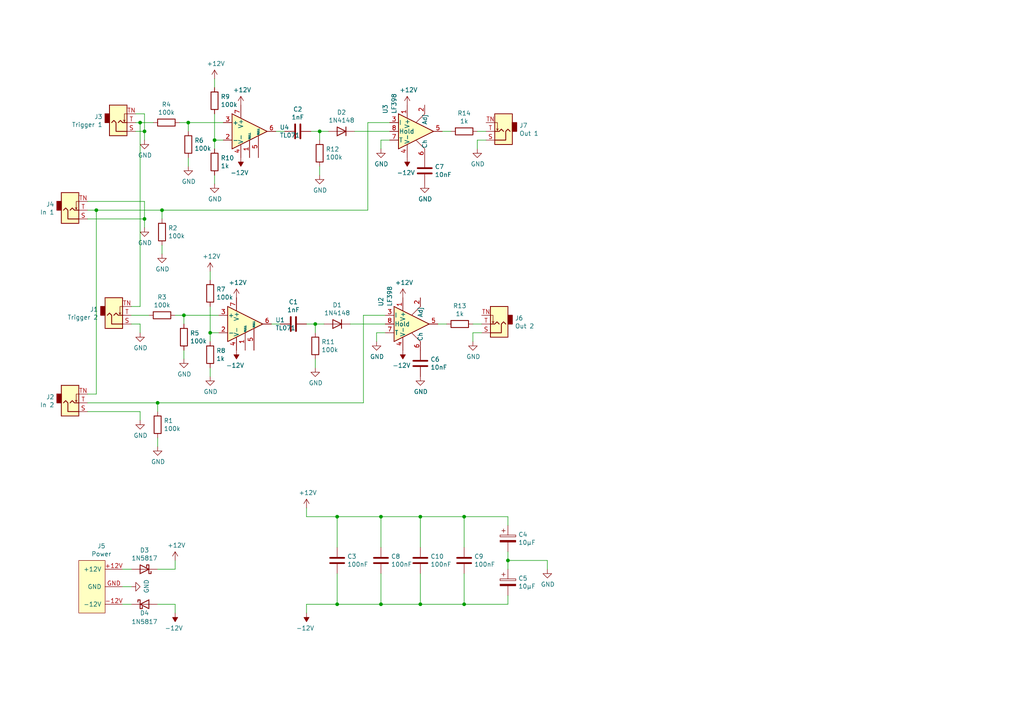
<source format=kicad_sch>
(kicad_sch (version 20230121) (generator eeschema)
  (paper "A4")
  (lib_symbols
    (symbol "Amplifier_Operational:TL071" (pin_names (offset 0.127))
      (property "Reference" "U" (at 0 6.35 0))
      (property "Value" "TL071" (at 0 3.81 0))
      (symbol "TL071_0_1"
        (polyline (pts (xy -5.08 5.08) (xy 5.08 0) (xy -5.08 -5.08) (xy -5.08 5.08)) (stroke (width 0.254)) (fill (type background)))
      )
      (symbol "TL071_1_1"
        (pin input line (at 0 -7.62 90) (length 5.08) (name "NULL") (number "1"))
        (pin input line (at -7.62 -2.54 0) (length 2.54) (name "-") (number "2"))
        (pin input line (at -7.62 2.54 0) (length 2.54) (name "+") (number "3"))
        (pin power_in line (at -2.54 -7.62 90) (length 3.81) (name "V-") (number "4"))
        (pin input line (at 2.54 -7.62 90) (length 6.35) (name "NULL") (number "5"))
        (pin output line (at 7.62 0 180) (length 2.54) (name "~") (number "6"))
        (pin power_in line (at -2.54 7.62 270) (length 3.81) (name "V+") (number "7"))
        (pin no_connect line (at 0 2.54 270) (length 2.54) hide (name "NC") (number "8"))
      )
    )
    (symbol "Device:C" (pin_numbers hide) (pin_names (offset 0.254))
      (property "Reference" "C" (at 0.635 2.54 0))
      (property "Value" "C" (at 0.635 -2.54 0))
      (symbol "C_0_1"
        (polyline (pts (xy -2.032 -0.762) (xy 2.032 -0.762)) (stroke (width 0.508)))
        (polyline (pts (xy -2.032 0.762) (xy 2.032 0.762)) (stroke (width 0.508)))
      )
      (symbol "C_1_1"
        (pin passive line (at 0 3.81 270) (length 2.794) (name "~") (number "1"))
        (pin passive line (at 0 -3.81 90) (length 2.794) (name "~") (number "2"))
      )
    )
    (symbol "Device:R" (pin_numbers hide) (pin_names (offset 0))
      (property "Reference" "R" (at 2.032 0 90))
      (property "Value" "R" (at 0 0 90))
      (symbol "R_0_1"
        (rectangle (start -1.016 -2.54) (end 1.016 2.54) (stroke (width 0.254)))
      )
      (symbol "R_1_1"
        (pin passive line (at 0 3.81 270) (length 1.27) (name "~") (number "1"))
        (pin passive line (at 0 -3.81 90) (length 1.27) (name "~") (number "2"))
      )
    )
    (symbol "Diode:1N4148" (pin_numbers hide) (pin_names hide)
      (property "Reference" "D" (at 0 2.54 0))
      (property "Value" "1N4148" (at 0 -2.54 0))
      (symbol "1N4148_0_1"
        (polyline (pts (xy -1.27 1.27) (xy -1.27 -1.27)) (stroke (width 0.254)))
        (polyline (pts (xy 1.27 0) (xy -1.27 0)))
        (polyline (pts (xy 1.27 1.27) (xy 1.27 -1.27) (xy -1.27 0) (xy 1.27 1.27)) (stroke (width 0.254)))
      )
      (symbol "1N4148_1_1"
        (pin passive line (at -3.81 0 0) (length 2.54) (name "K") (number "1"))
        (pin passive line (at 3.81 0 180) (length 2.54) (name "A") (number "2"))
      )
    )
    (symbol "Diode:1N5817" (pin_numbers hide) (pin_names (offset 1.016) hide)
      (property "Reference" "D" (at 0 2.54 0))
      (property "Value" "1N5817" (at 0 -2.54 0))
      (symbol "1N5817_0_1"
        (polyline (pts (xy 1.27 0) (xy -1.27 0)))
        (polyline (pts (xy 1.27 1.27) (xy 1.27 -1.27) (xy -1.27 0) (xy 1.27 1.27)) (stroke (width 0.254)))
        (polyline (pts (xy -1.905 0.635) (xy -1.905 1.27) (xy -1.27 1.27) (xy -1.27 -1.27) (xy -0.635 -1.27) (xy -0.635 -0.635)) (stroke (width 0.254)))
      )
      (symbol "1N5817_1_1"
        (pin passive line (at -3.81 0 0) (length 2.54) (name "K") (number "1"))
        (pin passive line (at 3.81 0 180) (length 2.54) (name "A") (number "2"))
      )
    )
    (symbol "S&H Main-rescue:AudioJack2_SwitchT-Connector"
      (property "Reference" "J" (at 0 8.89 0))
      (property "Value" "Connector_AudioJack2_SwitchT" (at 0 6.35 0))
      (symbol "AudioJack2_SwitchT-Connector_0_1"
        (rectangle (start -2.54 0) (end -3.81 -2.54) (stroke (width 0.254)) (fill (type outline)))
        (polyline (pts (xy 1.778 -0.254) (xy 2.032 -0.762)))
        (polyline (pts (xy 0 0) (xy 0.635 -0.635) (xy 1.27 0) (xy 2.54 0)) (stroke (width 0.254)))
        (polyline (pts (xy 2.54 -2.54) (xy 1.778 -2.54) (xy 1.778 -0.254) (xy 1.524 -0.762)))
        (polyline (pts (xy 2.54 2.54) (xy -0.635 2.54) (xy -0.635 0) (xy -1.27 -0.635) (xy -1.905 0)) (stroke (width 0.254)))
        (rectangle (start 2.54 3.81) (end -2.54 -5.08) (stroke (width 0.254)) (fill (type background)))
      )
      (symbol "AudioJack2_SwitchT-Connector_1_1"
        (pin passive line (at 5.08 2.54 180) (length 2.54) (name "~") (number "S"))
        (pin passive line (at 5.08 0 180) (length 2.54) (name "~") (number "T"))
        (pin passive line (at 5.08 -2.54 180) (length 2.54) (name "~") (number "TN"))
      )
    )
    (symbol "S&H Main-rescue:CP-Device" (pin_numbers hide) (pin_names (offset 0.254))
      (property "Reference" "C" (at 0.635 2.54 0))
      (property "Value" "Device_CP" (at 0.635 -2.54 0))
      (symbol "CP-Device_0_1"
        (rectangle (start -2.286 0.508) (end 2.286 1.016))
        (polyline (pts (xy -1.778 2.286) (xy -0.762 2.286)))
        (polyline (pts (xy -1.27 2.794) (xy -1.27 1.778)))
        (rectangle (start 2.286 -0.508) (end -2.286 -1.016) (fill (type outline)))
      )
      (symbol "CP-Device_1_1"
        (pin passive line (at 0 3.81 270) (length 2.794) (name "~") (number "1"))
        (pin passive line (at 0 -3.81 90) (length 2.794) (name "~") (number "2"))
      )
    )
    (symbol "S&H Main-rescue:LF398_DIP8-Analog" (pin_names (offset 0.127))
      (property "Reference" "U" (at 5.08 3.81 0))
      (property "Value" "Analog_LF398_DIP8" (at 5.08 -2.54 0))
      (symbol "LF398_DIP8-Analog_0_1"
        (polyline (pts (xy 0 -2.54) (xy 2.54 -5.08)))
        (polyline (pts (xy 2.54 5.08) (xy 0 2.54)))
        (polyline (pts (xy -5.08 5.08) (xy 5.08 0) (xy -5.08 -5.08) (xy -5.08 5.08)) (stroke (width 0.254)) (fill (type background)))
      )
      (symbol "LF398_DIP8-Analog_1_1"
        (pin passive line (at -2.54 7.62 270) (length 3.81) (name "V+") (number "1"))
        (pin passive line (at 2.54 7.62 270) (length 2.54) (name "Adj") (number "2"))
        (pin input line (at -7.62 2.54 0) (length 2.54) (name "I") (number "3"))
        (pin passive line (at -2.54 -7.62 90) (length 3.81) (name "V-") (number "4"))
        (pin output line (at 7.62 0 180) (length 2.54) (name "~") (number "5"))
        (pin passive line (at 2.54 -7.62 90) (length 2.54) (name "Ch") (number "6"))
        (pin passive line (at -7.62 -2.54 0) (length 2.54) (name "T") (number "7"))
        (pin input line (at -7.62 0 0) (length 2.54) (name "Hold") (number "8"))
      )
    )
    (symbol "S&H Main-rescue:Power_2x5-Eurorack_Synth" (pin_names (offset 1.016))
      (property "Reference" "J" (at 0 10.16 0))
      (property "Value" "Eurorack_Synth_Power_2x5" (at 0 8.89 0))
      (symbol "Power_2x5-Eurorack_Synth_0_1"
        (rectangle (start 3.81 7.62) (end -3.81 -7.62) (fill (type background)))
      )
      (symbol "Power_2x5-Eurorack_Synth_1_1"
        (pin power_out line (at 8.89 5.08 180) (length 5.08) (name "+12V") (number "+12V"))
        (pin power_out line (at 8.89 -5.08 180) (length 5.08) (name "-12V") (number "-12V"))
        (pin power_out line (at 8.89 0 180) (length 5.08) (name "GND") (number "GND"))
      )
    )
    (symbol "power:+12V" (power) (pin_names (offset 0))
      (property "Value" "+12V" (at 0 3.556 0))
      (symbol "+12V_0_1"
        (polyline (pts (xy -0.762 1.27) (xy 0 2.54)))
        (polyline (pts (xy 0 0) (xy 0 2.54)))
        (polyline (pts (xy 0 2.54) (xy 0.762 1.27)))
      )
      (symbol "+12V_1_1"
        (pin power_in line (at 0 0 90) (length 0) hide (name "+12V") (number "1"))
      )
    )
    (symbol "power:-12V" (power) (pin_names (offset 0))
      (property "Value" "-12V" (at 0 3.81 0))
      (symbol "-12V_0_0"
        (pin power_in line (at 0 0 90) (length 0) hide (name "-12V") (number "1"))
      )
      (symbol "-12V_0_1"
        (polyline (pts (xy 0 0) (xy 0 1.27) (xy 0.762 1.27) (xy 0 2.54) (xy -0.762 1.27) (xy 0 1.27)) (fill (type outline)))
      )
    )
    (symbol "power:GND" (power) (pin_names (offset 0))
      (property "Value" "GND" (at 0 -3.81 0))
      (symbol "GND_0_1"
        (polyline (pts (xy 0 0) (xy 0 -1.27) (xy 1.27 -1.27) (xy 0 -2.54) (xy -1.27 -1.27) (xy 0 -1.27)))
      )
      (symbol "GND_1_1"
        (pin power_in line (at 0 0 270) (length 0) hide (name "GND") (number "1"))
      )
    )
  )
  (junction (at 110.49 149.86))
  (junction (at 147.32 162.56))
  (junction (at 27.94 60.96))
  (junction (at 41.91 38.1))
  (junction (at 91.44 93.98))
  (junction (at 92.71 38.1))
  (junction (at 97.79 149.86))
  (junction (at 110.49 175.26))
  (junction (at 60.96 96.52))
  (junction (at 121.92 149.86))
  (junction (at 46.99 60.96))
  (junction (at 121.92 175.26))
  (junction (at 54.61 35.56))
  (junction (at 134.62 175.26))
  (junction (at 40.64 35.56))
  (junction (at 97.79 175.26))
  (junction (at 134.62 149.86))
  (junction (at 41.91 63.5))
  (junction (at 62.23 40.64))
  (junction (at 53.34 91.44))
  (junction (at 45.72 116.84))
  (wire (pts (xy 60.96 88.9) (xy 60.96 96.52)))
  (wire (pts (xy 158.75 162.56) (xy 158.75 165.1)))
  (wire (pts (xy 50.8 165.1) (xy 45.72 165.1)))
  (wire (pts (xy 38.1 91.44) (xy 43.18 91.44)))
  (wire (pts (xy 45.72 116.84) (xy 105.41 116.84)))
  (wire (pts (xy 147.32 162.56) (xy 147.32 165.1)))
  (wire (pts (xy 121.92 175.26) (xy 134.62 175.26)))
  (wire (pts (xy 128.27 38.1) (xy 130.81 38.1)))
  (wire (pts (xy 53.34 101.6) (xy 53.34 104.14)))
  (wire (pts (xy 97.79 166.37) (xy 97.79 175.26)))
  (wire (pts (xy 127 93.98) (xy 129.54 93.98)))
  (wire (pts (xy 97.79 175.26) (xy 110.49 175.26)))
  (wire (pts (xy 140.97 38.1) (xy 138.43 38.1)))
  (wire (pts (xy 91.44 93.98) (xy 91.44 96.52)))
  (wire (pts (xy 137.16 96.52) (xy 137.16 99.06)))
  (wire (pts (xy 63.5 96.52) (xy 60.96 96.52)))
  (wire (pts (xy 39.37 35.56) (xy 40.64 35.56)))
  (wire (pts (xy 134.62 149.86) (xy 134.62 158.75)))
  (wire (pts (xy 39.37 38.1) (xy 41.91 38.1)))
  (wire (pts (xy 91.44 104.14) (xy 91.44 106.68)))
  (wire (pts (xy 45.72 116.84) (xy 45.72 119.38)))
  (wire (pts (xy 97.79 175.26) (xy 88.9 175.26)))
  (wire (pts (xy 25.4 114.3) (xy 27.94 114.3)))
  (wire (pts (xy 50.8 91.44) (xy 53.34 91.44)))
  (wire (pts (xy 41.91 63.5) (xy 41.91 66.04)))
  (wire (pts (xy 46.99 60.96) (xy 46.99 63.5)))
  (wire (pts (xy 110.49 40.64) (xy 110.49 43.18)))
  (wire (pts (xy 134.62 149.86) (xy 147.32 149.86)))
  (wire (pts (xy 90.17 38.1) (xy 92.71 38.1)))
  (wire (pts (xy 25.4 119.38) (xy 40.64 119.38)))
  (wire (pts (xy 60.96 78.74) (xy 60.96 81.28)))
  (wire (pts (xy 140.97 40.64) (xy 138.43 40.64)))
  (wire (pts (xy 88.9 175.26) (xy 88.9 177.8)))
  (wire (pts (xy 139.7 93.98) (xy 137.16 93.98)))
  (wire (pts (xy 147.32 152.4) (xy 147.32 149.86)))
  (wire (pts (xy 40.64 119.38) (xy 40.64 121.92)))
  (wire (pts (xy 45.72 127) (xy 45.72 129.54)))
  (wire (pts (xy 27.94 60.96) (xy 27.94 114.3)))
  (wire (pts (xy 109.22 96.52) (xy 109.22 99.06)))
  (wire (pts (xy 45.72 175.26) (xy 50.8 175.26)))
  (wire (pts (xy 80.01 38.1) (xy 82.55 38.1)))
  (wire (pts (xy 88.9 93.98) (xy 91.44 93.98)))
  (wire (pts (xy 62.23 50.8) (xy 62.23 53.34)))
  (wire (pts (xy 50.8 175.26) (xy 50.8 177.8)))
  (wire (pts (xy 40.64 35.56) (xy 40.64 88.9)))
  (wire (pts (xy 38.1 165.1) (xy 35.56 165.1)))
  (wire (pts (xy 138.43 40.64) (xy 138.43 43.18)))
  (wire (pts (xy 147.32 162.56) (xy 158.75 162.56)))
  (wire (pts (xy 111.76 96.52) (xy 109.22 96.52)))
  (wire (pts (xy 102.87 38.1) (xy 113.03 38.1)))
  (wire (pts (xy 46.99 60.96) (xy 106.68 60.96)))
  (wire (pts (xy 41.91 33.02) (xy 41.91 38.1)))
  (wire (pts (xy 93.98 93.98) (xy 91.44 93.98)))
  (wire (pts (xy 60.96 106.68) (xy 60.96 109.22)))
  (wire (pts (xy 40.64 93.98) (xy 40.64 96.52)))
  (wire (pts (xy 52.07 35.56) (xy 54.61 35.56)))
  (wire (pts (xy 46.99 71.12) (xy 46.99 73.66)))
  (wire (pts (xy 53.34 93.98) (xy 53.34 91.44)))
  (wire (pts (xy 113.03 40.64) (xy 110.49 40.64)))
  (wire (pts (xy 106.68 35.56) (xy 106.68 60.96)))
  (wire (pts (xy 110.49 149.86) (xy 121.92 149.86)))
  (wire (pts (xy 110.49 166.37) (xy 110.49 175.26)))
  (wire (pts (xy 147.32 160.02) (xy 147.32 162.56)))
  (wire (pts (xy 25.4 58.42) (xy 41.91 58.42)))
  (wire (pts (xy 121.92 149.86) (xy 134.62 149.86)))
  (wire (pts (xy 64.77 40.64) (xy 62.23 40.64)))
  (wire (pts (xy 95.25 38.1) (xy 92.71 38.1)))
  (wire (pts (xy 110.49 175.26) (xy 121.92 175.26)))
  (wire (pts (xy 41.91 38.1) (xy 41.91 40.64)))
  (wire (pts (xy 97.79 149.86) (xy 88.9 149.86)))
  (wire (pts (xy 97.79 149.86) (xy 110.49 149.86)))
  (wire (pts (xy 35.56 175.26) (xy 38.1 175.26)))
  (wire (pts (xy 121.92 158.75) (xy 121.92 149.86)))
  (wire (pts (xy 62.23 40.64) (xy 62.23 43.18)))
  (wire (pts (xy 53.34 91.44) (xy 63.5 91.44)))
  (wire (pts (xy 139.7 96.52) (xy 137.16 96.52)))
  (wire (pts (xy 62.23 22.86) (xy 62.23 25.4)))
  (wire (pts (xy 147.32 172.72) (xy 147.32 175.26)))
  (wire (pts (xy 92.71 38.1) (xy 92.71 40.64)))
  (wire (pts (xy 54.61 45.72) (xy 54.61 48.26)))
  (wire (pts (xy 121.92 166.37) (xy 121.92 175.26)))
  (wire (pts (xy 88.9 149.86) (xy 88.9 147.32)))
  (wire (pts (xy 62.23 33.02) (xy 62.23 40.64)))
  (wire (pts (xy 101.6 93.98) (xy 111.76 93.98)))
  (wire (pts (xy 27.94 60.96) (xy 46.99 60.96)))
  (wire (pts (xy 41.91 58.42) (xy 41.91 63.5)))
  (wire (pts (xy 54.61 35.56) (xy 64.77 35.56)))
  (wire (pts (xy 97.79 158.75) (xy 97.79 149.86)))
  (wire (pts (xy 39.37 33.02) (xy 41.91 33.02)))
  (wire (pts (xy 40.64 35.56) (xy 44.45 35.56)))
  (wire (pts (xy 105.41 91.44) (xy 105.41 116.84)))
  (wire (pts (xy 40.64 88.9) (xy 38.1 88.9)))
  (wire (pts (xy 105.41 91.44) (xy 111.76 91.44)))
  (wire (pts (xy 25.4 116.84) (xy 45.72 116.84)))
  (wire (pts (xy 134.62 166.37) (xy 134.62 175.26)))
  (wire (pts (xy 106.68 35.56) (xy 113.03 35.56)))
  (wire (pts (xy 60.96 96.52) (xy 60.96 99.06)))
  (wire (pts (xy 78.74 93.98) (xy 81.28 93.98)))
  (wire (pts (xy 38.1 93.98) (xy 40.64 93.98)))
  (wire (pts (xy 25.4 63.5) (xy 41.91 63.5)))
  (wire (pts (xy 92.71 48.26) (xy 92.71 50.8)))
  (wire (pts (xy 25.4 60.96) (xy 27.94 60.96)))
  (wire (pts (xy 54.61 38.1) (xy 54.61 35.56)))
  (wire (pts (xy 134.62 175.26) (xy 147.32 175.26)))
  (wire (pts (xy 38.1 170.18) (xy 35.56 170.18)))
  (wire (pts (xy 110.49 149.86) (xy 110.49 158.75)))
  (wire (pts (xy 50.8 162.56) (xy 50.8 165.1)))
  (symbol (lib_id "S&H Main-rescue:LF398_DIP8-Analog") (at 120.65 38.1 0) (unit 1)
    (property "Reference" "U3" (at 111.76 33.02 90) (effects (justify left)))
    (property "Value" "LF398" (at 114.3 33.02 90) (effects (justify left)))
    (property "Footprint" "Package_DIP:DIP-8_W7.62mm_LongPads" (effects hide))
    (property "Datasheet" "http://www.ti.com/lit/ds/symlink/tl071.pdf" (effects hide))
  )
  (symbol (lib_id "power:+12V") (at 118.11 30.48 0) (unit 1)
    (property "Reference" "#PWR0101" (effects hide))
    (property "Value" "+12V" (at 118.491 26.0858 0))
  )
  (symbol (lib_id "power:-12V") (at 118.11 45.72 180) (unit 1)
    (property "Reference" "#PWR0102" (effects hide))
    (property "Value" "-12V" (at 117.729 50.1142 0))
  )
  (symbol (lib_id "Device:C") (at 123.19 49.53 0) (unit 1)
    (property "Reference" "C7" (at 126.111 48.3616 0) (effects (justify left)))
    (property "Value" "10nF" (at 126.111 50.673 0) (effects (justify left)))
    (property "Footprint" "Capacitor_THT:C_Rect_L7.0mm_W2.0mm_P5.00mm" (effects hide))
  )
  (symbol (lib_id "power:GND") (at 123.19 53.34 0) (unit 1)
    (property "Reference" "#PWR0103" (effects hide))
    (property "Value" "GND" (at 123.317 57.7342 0))
  )
  (symbol (lib_id "power:GND") (at 110.49 43.18 0) (unit 1)
    (property "Reference" "#PWR0104" (effects hide))
    (property "Value" "GND" (at 110.617 47.5742 0))
  )
  (symbol (lib_id "Device:R") (at 134.62 38.1 270) (unit 1)
    (property "Reference" "R14" (at 134.62 32.8422 90))
    (property "Value" "1k" (at 134.62 35.1536 90))
    (property "Footprint" "Resistor_THT:R_Axial_DIN0207_L6.3mm_D2.5mm_P7.62mm_Horizontal" (effects hide))
  )
  (symbol (lib_id "S&H Main-rescue:AudioJack2_SwitchT-Connector") (at 146.05 38.1 180) (unit 1)
    (property "Reference" "J7" (at 150.622 36.3982 0) (effects (justify right)))
    (property "Value" "Out 1" (at 150.622 38.7096 0) (effects (justify right)))
    (property "Footprint" "Connector_Audio_PJSeries:PJ-324M-3" (effects hide))
  )
  (symbol (lib_id "power:GND") (at 138.43 43.18 0) (unit 1)
    (property "Reference" "#PWR0105" (effects hide))
    (property "Value" "GND" (at 138.557 47.5742 0))
  )
  (symbol (lib_id "S&H Main-rescue:AudioJack2_SwitchT-Connector") (at 20.32 60.96 0) (mirror x) (unit 1)
    (property "Reference" "J4" (at 15.7734 59.2582 0) (effects (justify right)))
    (property "Value" "In 1" (at 15.7734 61.5696 0) (effects (justify right)))
    (property "Footprint" "Connector_Audio_PJSeries:PJ-324M-3" (effects hide))
  )
  (symbol (lib_id "power:GND") (at 41.91 66.04 0) (unit 1)
    (property "Reference" "#PWR0106" (effects hide))
    (property "Value" "GND" (at 42.037 70.4342 0))
  )
  (symbol (lib_id "Device:R") (at 46.99 67.31 180) (unit 1)
    (property "Reference" "R2" (at 48.768 66.1416 0) (effects (justify right)))
    (property "Value" "100k" (at 48.768 68.453 0) (effects (justify right)))
    (property "Footprint" "Resistor_THT:R_Axial_DIN0207_L6.3mm_D2.5mm_P2.54mm_Vertical" (effects hide))
  )
  (symbol (lib_id "power:GND") (at 46.99 73.66 0) (unit 1)
    (property "Reference" "#PWR0107" (effects hide))
    (property "Value" "GND" (at 47.117 78.0542 0))
  )
  (symbol (lib_id "Diode:1N4148") (at 99.06 38.1 180) (unit 1)
    (property "Reference" "D2" (at 99.06 32.5882 0))
    (property "Value" "1N4148" (at 99.06 34.8996 0))
    (property "Footprint" "Diode_THT:D_DO-35_SOD27_P2.54mm_Vertical_KathodeUp" (effects hide))
    (property "Datasheet" "https://assets.nexperia.com/documents/data-sheet/1N4148_1N4448.pdf" (effects hide))
  )
  (symbol (lib_id "Device:R") (at 92.71 44.45 180) (unit 1)
    (property "Reference" "R12" (at 94.488 43.2816 0) (effects (justify right)))
    (property "Value" "100k" (at 94.488 45.593 0) (effects (justify right)))
    (property "Footprint" "Resistor_THT:R_Axial_DIN0207_L6.3mm_D2.5mm_P7.62mm_Horizontal" (effects hide))
  )
  (symbol (lib_id "power:GND") (at 92.71 50.8 0) (unit 1)
    (property "Reference" "#PWR0108" (effects hide))
    (property "Value" "GND" (at 92.837 55.1942 0))
  )
  (symbol (lib_id "Device:C") (at 86.36 38.1 270) (unit 1)
    (property "Reference" "C2" (at 86.36 31.6992 90))
    (property "Value" "1nF" (at 86.36 34.0106 90))
    (property "Footprint" "Capacitor_THT:C_Rect_L7.0mm_W2.0mm_P5.00mm" (effects hide))
  )
  (symbol (lib_id "Device:R") (at 62.23 29.21 0) (unit 1)
    (property "Reference" "R9" (at 64.008 28.0416 0) (effects (justify left)))
    (property "Value" "100k" (at 64.008 30.353 0) (effects (justify left)))
    (property "Footprint" "Resistor_THT:R_Axial_DIN0207_L6.3mm_D2.5mm_P2.54mm_Vertical" (effects hide))
  )
  (symbol (lib_id "Device:R") (at 62.23 46.99 180) (unit 1)
    (property "Reference" "R10" (at 64.008 45.8216 0) (effects (justify right)))
    (property "Value" "1k" (at 64.008 48.133 0) (effects (justify right)))
    (property "Footprint" "Resistor_THT:R_Axial_DIN0207_L6.3mm_D2.5mm_P2.54mm_Vertical" (effects hide))
  )
  (symbol (lib_id "power:GND") (at 62.23 53.34 0) (unit 1)
    (property "Reference" "#PWR0109" (effects hide))
    (property "Value" "GND" (at 62.357 57.7342 0))
  )
  (symbol (lib_id "power:+12V") (at 62.23 22.86 0) (unit 1)
    (property "Reference" "#PWR0110" (effects hide))
    (property "Value" "+12V" (at 62.611 18.4658 0))
  )
  (symbol (lib_id "Device:R") (at 54.61 41.91 180) (unit 1)
    (property "Reference" "R6" (at 56.388 40.7416 0) (effects (justify right)))
    (property "Value" "100k" (at 56.388 43.053 0) (effects (justify right)))
    (property "Footprint" "Resistor_THT:R_Axial_DIN0207_L6.3mm_D2.5mm_P2.54mm_Vertical" (effects hide))
  )
  (symbol (lib_id "Device:R") (at 48.26 35.56 90) (unit 1)
    (property "Reference" "R4" (at 48.26 30.3022 90))
    (property "Value" "100k" (at 48.26 32.6136 90))
    (property "Footprint" "Resistor_THT:R_Axial_DIN0207_L6.3mm_D2.5mm_P2.54mm_Vertical" (effects hide))
  )
  (symbol (lib_id "S&H Main-rescue:AudioJack2_SwitchT-Connector") (at 34.29 35.56 0) (mirror x) (unit 1)
    (property "Reference" "J3" (at 29.7434 33.8582 0) (effects (justify right)))
    (property "Value" "Trigger 1" (at 29.7434 36.1696 0) (effects (justify right)))
    (property "Footprint" "Connector_Audio_PJSeries:PJ-324M-3" (effects hide))
  )
  (symbol (lib_id "power:GND") (at 41.91 40.64 0) (unit 1)
    (property "Reference" "#PWR0111" (effects hide))
    (property "Value" "GND" (at 42.037 45.0342 0))
  )
  (symbol (lib_id "power:GND") (at 54.61 48.26 0) (unit 1)
    (property "Reference" "#PWR0112" (effects hide))
    (property "Value" "GND" (at 54.737 52.6542 0))
  )
  (symbol (lib_id "S&H Main-rescue:LF398_DIP8-Analog") (at 119.38 93.98 0) (unit 1)
    (property "Reference" "U2" (at 110.49 88.9 90) (effects (justify left)))
    (property "Value" "LF398" (at 113.03 88.9 90) (effects (justify left)))
    (property "Footprint" "Package_DIP:DIP-8_W7.62mm_LongPads" (effects hide))
    (property "Datasheet" "http://www.ti.com/lit/ds/symlink/tl071.pdf" (effects hide))
  )
  (symbol (lib_id "power:+12V") (at 116.84 86.36 0) (unit 1)
    (property "Reference" "#PWR0113" (effects hide))
    (property "Value" "+12V" (at 117.221 81.9658 0))
  )
  (symbol (lib_id "power:-12V") (at 116.84 101.6 180) (unit 1)
    (property "Reference" "#PWR0114" (effects hide))
    (property "Value" "-12V" (at 116.459 105.9942 0))
  )
  (symbol (lib_id "Device:C") (at 121.92 105.41 0) (unit 1)
    (property "Reference" "C6" (at 124.841 104.2416 0) (effects (justify left)))
    (property "Value" "10nF" (at 124.841 106.553 0) (effects (justify left)))
    (property "Footprint" "Capacitor_THT:C_Rect_L7.0mm_W2.0mm_P5.00mm" (effects hide))
  )
  (symbol (lib_id "power:GND") (at 121.92 109.22 0) (unit 1)
    (property "Reference" "#PWR0115" (effects hide))
    (property "Value" "GND" (at 122.047 113.6142 0))
  )
  (symbol (lib_id "power:GND") (at 109.22 99.06 0) (unit 1)
    (property "Reference" "#PWR0116" (effects hide))
    (property "Value" "GND" (at 109.347 103.4542 0))
  )
  (symbol (lib_id "Device:R") (at 133.35 93.98 270) (unit 1)
    (property "Reference" "R13" (at 133.35 88.7222 90))
    (property "Value" "1k" (at 133.35 91.0336 90))
    (property "Footprint" "Resistor_THT:R_Axial_DIN0207_L6.3mm_D2.5mm_P7.62mm_Horizontal" (effects hide))
  )
  (symbol (lib_id "S&H Main-rescue:AudioJack2_SwitchT-Connector") (at 144.78 93.98 180) (unit 1)
    (property "Reference" "J6" (at 149.352 92.2782 0) (effects (justify right)))
    (property "Value" "Out 2" (at 149.352 94.5896 0) (effects (justify right)))
    (property "Footprint" "Connector_Audio_PJSeries:PJ-324M-3" (effects hide))
  )
  (symbol (lib_id "power:GND") (at 137.16 99.06 0) (unit 1)
    (property "Reference" "#PWR0117" (effects hide))
    (property "Value" "GND" (at 137.287 103.4542 0))
  )
  (symbol (lib_id "S&H Main-rescue:AudioJack2_SwitchT-Connector") (at 20.32 116.84 0) (mirror x) (unit 1)
    (property "Reference" "J2" (at 15.7734 115.1382 0) (effects (justify right)))
    (property "Value" "In 2" (at 15.7734 117.4496 0) (effects (justify right)))
    (property "Footprint" "Connector_Audio_PJSeries:PJ-324M-3" (effects hide))
  )
  (symbol (lib_id "power:GND") (at 40.64 121.92 0) (unit 1)
    (property "Reference" "#PWR0118" (effects hide))
    (property "Value" "GND" (at 40.767 126.3142 0))
  )
  (symbol (lib_id "Device:R") (at 45.72 123.19 180) (unit 1)
    (property "Reference" "R1" (at 47.498 122.0216 0) (effects (justify right)))
    (property "Value" "100k" (at 47.498 124.333 0) (effects (justify right)))
    (property "Footprint" "Resistor_THT:R_Axial_DIN0207_L6.3mm_D2.5mm_P2.54mm_Vertical" (effects hide))
  )
  (symbol (lib_id "power:GND") (at 45.72 129.54 0) (unit 1)
    (property "Reference" "#PWR0119" (effects hide))
    (property "Value" "GND" (at 45.847 133.9342 0))
  )
  (symbol (lib_id "Diode:1N4148") (at 97.79 93.98 180) (unit 1)
    (property "Reference" "D1" (at 97.79 88.4682 0))
    (property "Value" "1N4148" (at 97.79 90.7796 0))
    (property "Footprint" "Diode_THT:D_DO-35_SOD27_P2.54mm_Vertical_KathodeUp" (effects hide))
    (property "Datasheet" "https://assets.nexperia.com/documents/data-sheet/1N4148_1N4448.pdf" (effects hide))
  )
  (symbol (lib_id "Device:R") (at 91.44 100.33 180) (unit 1)
    (property "Reference" "R11" (at 93.218 99.1616 0) (effects (justify right)))
    (property "Value" "100k" (at 93.218 101.473 0) (effects (justify right)))
    (property "Footprint" "Resistor_THT:R_Axial_DIN0207_L6.3mm_D2.5mm_P7.62mm_Horizontal" (effects hide))
  )
  (symbol (lib_id "power:GND") (at 91.44 106.68 0) (unit 1)
    (property "Reference" "#PWR0120" (effects hide))
    (property "Value" "GND" (at 91.567 111.0742 0))
  )
  (symbol (lib_id "Device:C") (at 85.09 93.98 270) (unit 1)
    (property "Reference" "C1" (at 85.09 87.5792 90))
    (property "Value" "1nF" (at 85.09 89.8906 90))
    (property "Footprint" "Capacitor_THT:C_Rect_L7.0mm_W2.0mm_P5.00mm" (effects hide))
  )
  (symbol (lib_id "Device:R") (at 60.96 85.09 0) (unit 1)
    (property "Reference" "R7" (at 62.738 83.9216 0) (effects (justify left)))
    (property "Value" "100k" (at 62.738 86.233 0) (effects (justify left)))
    (property "Footprint" "Resistor_THT:R_Axial_DIN0207_L6.3mm_D2.5mm_P2.54mm_Vertical" (effects hide))
  )
  (symbol (lib_id "Device:R") (at 60.96 102.87 180) (unit 1)
    (property "Reference" "R8" (at 62.738 101.7016 0) (effects (justify right)))
    (property "Value" "1k" (at 62.738 104.013 0) (effects (justify right)))
    (property "Footprint" "Resistor_THT:R_Axial_DIN0207_L6.3mm_D2.5mm_P2.54mm_Vertical" (effects hide))
  )
  (symbol (lib_id "power:GND") (at 60.96 109.22 0) (unit 1)
    (property "Reference" "#PWR0121" (effects hide))
    (property "Value" "GND" (at 61.087 113.6142 0))
  )
  (symbol (lib_id "power:+12V") (at 60.96 78.74 0) (unit 1)
    (property "Reference" "#PWR0122" (effects hide))
    (property "Value" "+12V" (at 61.341 74.3458 0))
  )
  (symbol (lib_id "Device:R") (at 53.34 97.79 180) (unit 1)
    (property "Reference" "R5" (at 55.118 96.6216 0) (effects (justify right)))
    (property "Value" "100k" (at 55.118 98.933 0) (effects (justify right)))
    (property "Footprint" "Resistor_THT:R_Axial_DIN0207_L6.3mm_D2.5mm_P2.54mm_Vertical" (effects hide))
  )
  (symbol (lib_id "Device:R") (at 46.99 91.44 90) (unit 1)
    (property "Reference" "R3" (at 46.99 86.1822 90))
    (property "Value" "100k" (at 46.99 88.4936 90))
    (property "Footprint" "Resistor_THT:R_Axial_DIN0207_L6.3mm_D2.5mm_P2.54mm_Vertical" (effects hide))
  )
  (symbol (lib_id "S&H Main-rescue:AudioJack2_SwitchT-Connector") (at 33.02 91.44 0) (mirror x) (unit 1)
    (property "Reference" "J1" (at 28.4734 89.7382 0) (effects (justify right)))
    (property "Value" "Trigger 2" (at 28.4734 92.0496 0) (effects (justify right)))
    (property "Footprint" "Connector_Audio_PJSeries:PJ-324M-3" (effects hide))
  )
  (symbol (lib_id "power:GND") (at 40.64 96.52 0) (unit 1)
    (property "Reference" "#PWR0123" (effects hide))
    (property "Value" "GND" (at 40.767 100.9142 0))
  )
  (symbol (lib_id "power:GND") (at 53.34 104.14 0) (unit 1)
    (property "Reference" "#PWR0124" (effects hide))
    (property "Value" "GND" (at 53.467 108.5342 0))
  )
  (symbol (lib_id "power:-12V") (at 50.8 177.8 180) (unit 1)
    (property "Reference" "#PWR0126" (effects hide))
    (property "Value" "-12V" (at 50.419 182.1942 0))
  )
  (symbol (lib_id "power:+12V") (at 50.8 162.56 0) (unit 1)
    (property "Reference" "#PWR0128" (effects hide))
    (property "Value" "+12V" (at 51.181 158.1658 0))
  )
  (symbol (lib_id "power:GND") (at 38.1 170.18 90) (unit 1)
    (property "Reference" "#PWR0130" (effects hide))
    (property "Value" "GND" (at 42.4942 170.053 0))
  )
  (symbol (lib_id "Device:C") (at 97.79 162.56 0) (unit 1)
    (property "Reference" "C3" (at 100.711 161.3916 0) (effects (justify left)))
    (property "Value" "100nF" (at 100.711 163.703 0) (effects (justify left)))
    (property "Footprint" "Capacitor_THT:C_Rect_L7.0mm_W2.0mm_P5.00mm" (effects hide))
  )
  (symbol (lib_id "S&H Main-rescue:CP-Device") (at 147.32 156.21 0) (unit 1)
    (property "Reference" "C4" (at 150.3172 155.0416 0) (effects (justify left)))
    (property "Value" "10µF" (at 150.3172 157.353 0) (effects (justify left)))
    (property "Footprint" "Capacitor_THT:CP_Radial_D5.0mm_P2.50mm" (effects hide))
  )
  (symbol (lib_id "S&H Main-rescue:CP-Device") (at 147.32 168.91 0) (unit 1)
    (property "Reference" "C5" (at 150.3172 167.7416 0) (effects (justify left)))
    (property "Value" "10µF" (at 150.3172 170.053 0) (effects (justify left)))
    (property "Footprint" "Capacitor_THT:CP_Radial_D5.0mm_P2.50mm" (effects hide))
  )
  (symbol (lib_id "power:+12V") (at 88.9 147.32 0) (unit 1)
    (property "Reference" "#PWR0131" (effects hide))
    (property "Value" "+12V" (at 89.281 142.9258 0))
  )
  (symbol (lib_id "power:GND") (at 158.75 165.1 0) (unit 1)
    (property "Reference" "#PWR0132" (effects hide))
    (property "Value" "GND" (at 158.877 169.4942 0))
  )
  (symbol (lib_id "power:-12V") (at 88.9 177.8 180) (unit 1)
    (property "Reference" "#PWR0133" (effects hide))
    (property "Value" "-12V" (at 88.519 182.1942 0))
  )
  (symbol (lib_id "Device:C") (at 110.49 162.56 0) (unit 1)
    (property "Reference" "C8" (at 113.411 161.3916 0) (effects (justify left)))
    (property "Value" "100nF" (at 113.411 163.703 0) (effects (justify left)))
    (property "Footprint" "Capacitor_THT:C_Rect_L7.0mm_W2.0mm_P5.00mm" (effects hide))
  )
  (symbol (lib_id "Device:C") (at 134.62 162.56 0) (unit 1)
    (property "Reference" "C9" (at 137.541 161.3916 0) (effects (justify left)))
    (property "Value" "100nF" (at 137.541 163.703 0) (effects (justify left)))
    (property "Footprint" "Capacitor_THT:C_Rect_L7.0mm_W2.0mm_P5.00mm" (effects hide))
  )
  (symbol (lib_id "Device:C") (at 121.92 162.56 0) (unit 1)
    (property "Reference" "C10" (at 124.841 161.3916 0) (effects (justify left)))
    (property "Value" "100nF" (at 124.841 163.703 0) (effects (justify left)))
    (property "Footprint" "Capacitor_THT:C_Rect_L7.0mm_W2.0mm_P5.00mm" (effects hide))
  )
  (symbol (lib_id "Amplifier_Operational:TL071") (at 72.39 38.1 0) (unit 1)
    (property "Reference" "U4" (at 81.1276 36.9316 0) (effects (justify left)))
    (property "Value" "TL071" (at 81.1276 39.243 0) (effects (justify left)))
    (property "Footprint" "Package_DIP:DIP-8_W7.62mm_LongPads" (effects hide))
    (property "Datasheet" "http://www.ti.com/lit/ds/symlink/tl071.pdf" (effects hide))
  )
  (symbol (lib_id "Amplifier_Operational:TL071") (at 71.12 93.98 0) (unit 1)
    (property "Reference" "U1" (at 79.8576 92.8116 0) (effects (justify left)))
    (property "Value" "TL071" (at 79.8576 95.123 0) (effects (justify left)))
    (property "Footprint" "Package_DIP:DIP-8_W7.62mm_LongPads" (effects hide))
    (property "Datasheet" "http://www.ti.com/lit/ds/symlink/tl071.pdf" (effects hide))
  )
  (symbol (lib_id "power:+12V") (at 69.85 30.48 0) (unit 1)
    (property "Reference" "#PWR0134" (effects hide))
    (property "Value" "+12V" (at 70.231 26.0858 0))
  )
  (symbol (lib_id "power:-12V") (at 69.85 45.72 180) (unit 1)
    (property "Reference" "#PWR0135" (effects hide))
    (property "Value" "-12V" (at 69.469 50.1142 0))
  )
  (symbol (lib_id "power:-12V") (at 68.58 101.6 180) (unit 1)
    (property "Reference" "#PWR0136" (effects hide))
    (property "Value" "-12V" (at 68.199 105.9942 0))
  )
  (symbol (lib_id "power:+12V") (at 68.58 86.36 0) (unit 1)
    (property "Reference" "#PWR0137" (effects hide))
    (property "Value" "+12V" (at 68.961 81.9658 0))
  )
  (symbol (lib_id "S&H Main-rescue:Power_2x5-Eurorack_Synth") (at 26.67 170.18 0) (unit 1)
    (property "Reference" "J5" (at 29.4132 158.369 0))
    (property "Value" "Power" (at 29.4132 160.6804 0))
    (property "Footprint" "CATs_Eurosynth_Specials:Power_2x8_Horizontal" (effects hide))
  )
  (symbol (lib_id "Diode:1N5817") (at 41.91 165.1 180) (unit 1)
    (property "Reference" "D3" (at 41.91 159.5882 0))
    (property "Value" "1N5817" (at 41.91 161.8996 0))
    (property "Footprint" "Diode_THT:D_DO-41_SOD81_P10.16mm_Horizontal" (effects hide))
    (property "Datasheet" "http://www.vishay.com/docs/88525/1n5817.pdf" (effects hide))
  )
  (symbol (lib_id "Diode:1N5817") (at 41.91 175.26 0) (unit 1)
    (property "Reference" "D4" (at 41.91 177.8 0))
    (property "Value" "1N5817" (at 41.91 180.34 0))
    (property "Footprint" "Diode_THT:D_DO-41_SOD81_P10.16mm_Horizontal" (effects hide))
    (property "Datasheet" "http://www.vishay.com/docs/88525/1n5817.pdf" (effects hide))
  )
)
</source>
